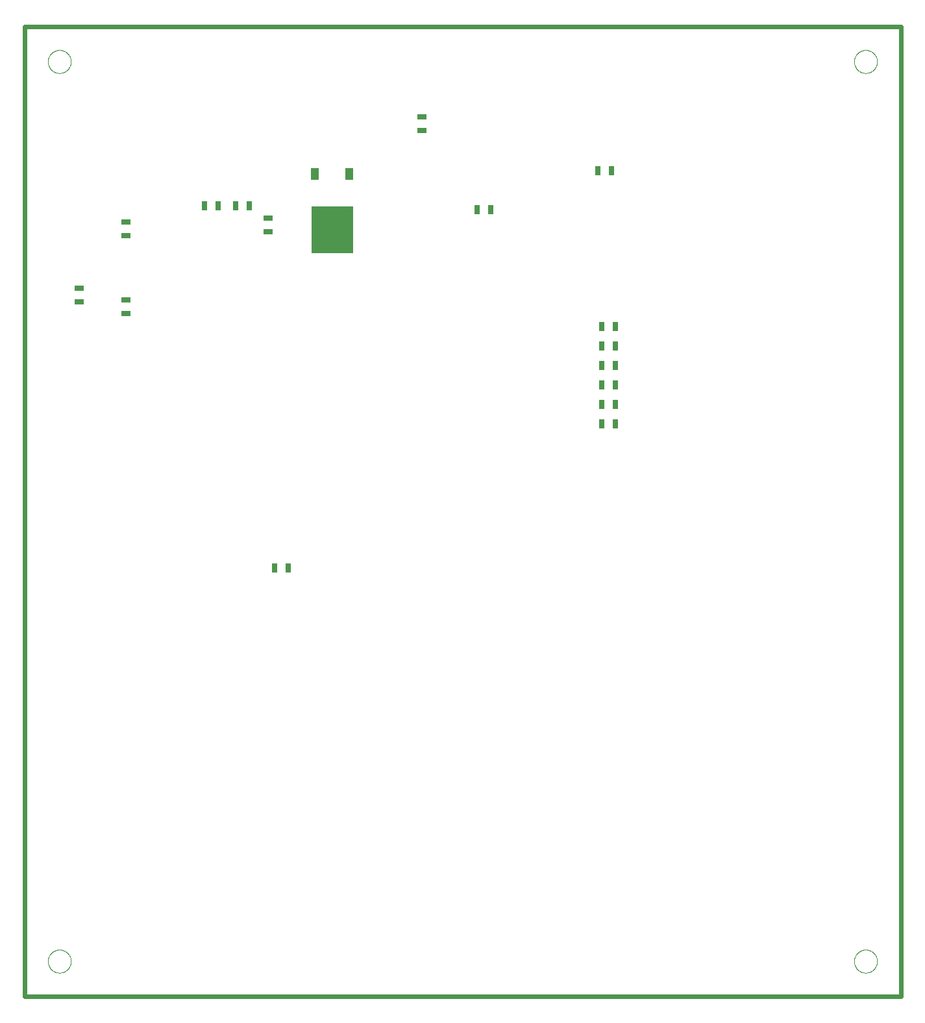
<source format=gbp>
G75*
%MOIN*%
%OFA0B0*%
%FSLAX25Y25*%
%IPPOS*%
%LPD*%
%AMOC8*
5,1,8,0,0,1.08239X$1,22.5*
%
%ADD10C,0.02400*%
%ADD11R,0.04724X0.03150*%
%ADD12R,0.21260X0.24409*%
%ADD13R,0.03937X0.06299*%
%ADD14R,0.03150X0.04724*%
%ADD15C,0.00000*%
D10*
X0004200Y0002200D02*
X0004200Y0500200D01*
X0454200Y0500200D01*
X0454200Y0002200D01*
X0004200Y0002200D01*
D11*
X0056200Y0352657D03*
X0056200Y0359743D03*
X0032200Y0358657D03*
X0032200Y0365743D03*
X0056200Y0392657D03*
X0056200Y0399743D03*
X0129200Y0401743D03*
X0129200Y0394657D03*
X0208200Y0446657D03*
X0208200Y0453743D03*
D12*
X0162200Y0395857D03*
D13*
X0153224Y0424598D03*
X0171176Y0424598D03*
D14*
X0119743Y0408200D03*
X0112657Y0408200D03*
X0103743Y0408200D03*
X0096657Y0408200D03*
X0236657Y0406200D03*
X0243743Y0406200D03*
X0298657Y0426200D03*
X0305743Y0426200D03*
X0307743Y0346200D03*
X0300657Y0346200D03*
X0300657Y0336200D03*
X0307743Y0336200D03*
X0307743Y0326200D03*
X0300657Y0326200D03*
X0300657Y0316200D03*
X0307743Y0316200D03*
X0307743Y0306200D03*
X0300657Y0306200D03*
X0300657Y0296200D03*
X0307743Y0296200D03*
X0139743Y0222200D03*
X0132657Y0222200D03*
D15*
X0016294Y0020200D02*
X0016296Y0020353D01*
X0016302Y0020507D01*
X0016312Y0020660D01*
X0016326Y0020812D01*
X0016344Y0020965D01*
X0016366Y0021116D01*
X0016391Y0021267D01*
X0016421Y0021418D01*
X0016455Y0021568D01*
X0016492Y0021716D01*
X0016533Y0021864D01*
X0016578Y0022010D01*
X0016627Y0022156D01*
X0016680Y0022300D01*
X0016736Y0022442D01*
X0016796Y0022583D01*
X0016860Y0022723D01*
X0016927Y0022861D01*
X0016998Y0022997D01*
X0017073Y0023131D01*
X0017150Y0023263D01*
X0017232Y0023393D01*
X0017316Y0023521D01*
X0017404Y0023647D01*
X0017495Y0023770D01*
X0017589Y0023891D01*
X0017687Y0024009D01*
X0017787Y0024125D01*
X0017891Y0024238D01*
X0017997Y0024349D01*
X0018106Y0024457D01*
X0018218Y0024562D01*
X0018332Y0024663D01*
X0018450Y0024762D01*
X0018569Y0024858D01*
X0018691Y0024951D01*
X0018816Y0025040D01*
X0018943Y0025127D01*
X0019072Y0025209D01*
X0019203Y0025289D01*
X0019336Y0025365D01*
X0019471Y0025438D01*
X0019608Y0025507D01*
X0019747Y0025572D01*
X0019887Y0025634D01*
X0020029Y0025692D01*
X0020172Y0025747D01*
X0020317Y0025798D01*
X0020463Y0025845D01*
X0020610Y0025888D01*
X0020758Y0025927D01*
X0020907Y0025963D01*
X0021057Y0025994D01*
X0021208Y0026022D01*
X0021359Y0026046D01*
X0021512Y0026066D01*
X0021664Y0026082D01*
X0021817Y0026094D01*
X0021970Y0026102D01*
X0022123Y0026106D01*
X0022277Y0026106D01*
X0022430Y0026102D01*
X0022583Y0026094D01*
X0022736Y0026082D01*
X0022888Y0026066D01*
X0023041Y0026046D01*
X0023192Y0026022D01*
X0023343Y0025994D01*
X0023493Y0025963D01*
X0023642Y0025927D01*
X0023790Y0025888D01*
X0023937Y0025845D01*
X0024083Y0025798D01*
X0024228Y0025747D01*
X0024371Y0025692D01*
X0024513Y0025634D01*
X0024653Y0025572D01*
X0024792Y0025507D01*
X0024929Y0025438D01*
X0025064Y0025365D01*
X0025197Y0025289D01*
X0025328Y0025209D01*
X0025457Y0025127D01*
X0025584Y0025040D01*
X0025709Y0024951D01*
X0025831Y0024858D01*
X0025950Y0024762D01*
X0026068Y0024663D01*
X0026182Y0024562D01*
X0026294Y0024457D01*
X0026403Y0024349D01*
X0026509Y0024238D01*
X0026613Y0024125D01*
X0026713Y0024009D01*
X0026811Y0023891D01*
X0026905Y0023770D01*
X0026996Y0023647D01*
X0027084Y0023521D01*
X0027168Y0023393D01*
X0027250Y0023263D01*
X0027327Y0023131D01*
X0027402Y0022997D01*
X0027473Y0022861D01*
X0027540Y0022723D01*
X0027604Y0022583D01*
X0027664Y0022442D01*
X0027720Y0022300D01*
X0027773Y0022156D01*
X0027822Y0022010D01*
X0027867Y0021864D01*
X0027908Y0021716D01*
X0027945Y0021568D01*
X0027979Y0021418D01*
X0028009Y0021267D01*
X0028034Y0021116D01*
X0028056Y0020965D01*
X0028074Y0020812D01*
X0028088Y0020660D01*
X0028098Y0020507D01*
X0028104Y0020353D01*
X0028106Y0020200D01*
X0028104Y0020047D01*
X0028098Y0019893D01*
X0028088Y0019740D01*
X0028074Y0019588D01*
X0028056Y0019435D01*
X0028034Y0019284D01*
X0028009Y0019133D01*
X0027979Y0018982D01*
X0027945Y0018832D01*
X0027908Y0018684D01*
X0027867Y0018536D01*
X0027822Y0018390D01*
X0027773Y0018244D01*
X0027720Y0018100D01*
X0027664Y0017958D01*
X0027604Y0017817D01*
X0027540Y0017677D01*
X0027473Y0017539D01*
X0027402Y0017403D01*
X0027327Y0017269D01*
X0027250Y0017137D01*
X0027168Y0017007D01*
X0027084Y0016879D01*
X0026996Y0016753D01*
X0026905Y0016630D01*
X0026811Y0016509D01*
X0026713Y0016391D01*
X0026613Y0016275D01*
X0026509Y0016162D01*
X0026403Y0016051D01*
X0026294Y0015943D01*
X0026182Y0015838D01*
X0026068Y0015737D01*
X0025950Y0015638D01*
X0025831Y0015542D01*
X0025709Y0015449D01*
X0025584Y0015360D01*
X0025457Y0015273D01*
X0025328Y0015191D01*
X0025197Y0015111D01*
X0025064Y0015035D01*
X0024929Y0014962D01*
X0024792Y0014893D01*
X0024653Y0014828D01*
X0024513Y0014766D01*
X0024371Y0014708D01*
X0024228Y0014653D01*
X0024083Y0014602D01*
X0023937Y0014555D01*
X0023790Y0014512D01*
X0023642Y0014473D01*
X0023493Y0014437D01*
X0023343Y0014406D01*
X0023192Y0014378D01*
X0023041Y0014354D01*
X0022888Y0014334D01*
X0022736Y0014318D01*
X0022583Y0014306D01*
X0022430Y0014298D01*
X0022277Y0014294D01*
X0022123Y0014294D01*
X0021970Y0014298D01*
X0021817Y0014306D01*
X0021664Y0014318D01*
X0021512Y0014334D01*
X0021359Y0014354D01*
X0021208Y0014378D01*
X0021057Y0014406D01*
X0020907Y0014437D01*
X0020758Y0014473D01*
X0020610Y0014512D01*
X0020463Y0014555D01*
X0020317Y0014602D01*
X0020172Y0014653D01*
X0020029Y0014708D01*
X0019887Y0014766D01*
X0019747Y0014828D01*
X0019608Y0014893D01*
X0019471Y0014962D01*
X0019336Y0015035D01*
X0019203Y0015111D01*
X0019072Y0015191D01*
X0018943Y0015273D01*
X0018816Y0015360D01*
X0018691Y0015449D01*
X0018569Y0015542D01*
X0018450Y0015638D01*
X0018332Y0015737D01*
X0018218Y0015838D01*
X0018106Y0015943D01*
X0017997Y0016051D01*
X0017891Y0016162D01*
X0017787Y0016275D01*
X0017687Y0016391D01*
X0017589Y0016509D01*
X0017495Y0016630D01*
X0017404Y0016753D01*
X0017316Y0016879D01*
X0017232Y0017007D01*
X0017150Y0017137D01*
X0017073Y0017269D01*
X0016998Y0017403D01*
X0016927Y0017539D01*
X0016860Y0017677D01*
X0016796Y0017817D01*
X0016736Y0017958D01*
X0016680Y0018100D01*
X0016627Y0018244D01*
X0016578Y0018390D01*
X0016533Y0018536D01*
X0016492Y0018684D01*
X0016455Y0018832D01*
X0016421Y0018982D01*
X0016391Y0019133D01*
X0016366Y0019284D01*
X0016344Y0019435D01*
X0016326Y0019588D01*
X0016312Y0019740D01*
X0016302Y0019893D01*
X0016296Y0020047D01*
X0016294Y0020200D01*
X0016294Y0482200D02*
X0016296Y0482353D01*
X0016302Y0482507D01*
X0016312Y0482660D01*
X0016326Y0482812D01*
X0016344Y0482965D01*
X0016366Y0483116D01*
X0016391Y0483267D01*
X0016421Y0483418D01*
X0016455Y0483568D01*
X0016492Y0483716D01*
X0016533Y0483864D01*
X0016578Y0484010D01*
X0016627Y0484156D01*
X0016680Y0484300D01*
X0016736Y0484442D01*
X0016796Y0484583D01*
X0016860Y0484723D01*
X0016927Y0484861D01*
X0016998Y0484997D01*
X0017073Y0485131D01*
X0017150Y0485263D01*
X0017232Y0485393D01*
X0017316Y0485521D01*
X0017404Y0485647D01*
X0017495Y0485770D01*
X0017589Y0485891D01*
X0017687Y0486009D01*
X0017787Y0486125D01*
X0017891Y0486238D01*
X0017997Y0486349D01*
X0018106Y0486457D01*
X0018218Y0486562D01*
X0018332Y0486663D01*
X0018450Y0486762D01*
X0018569Y0486858D01*
X0018691Y0486951D01*
X0018816Y0487040D01*
X0018943Y0487127D01*
X0019072Y0487209D01*
X0019203Y0487289D01*
X0019336Y0487365D01*
X0019471Y0487438D01*
X0019608Y0487507D01*
X0019747Y0487572D01*
X0019887Y0487634D01*
X0020029Y0487692D01*
X0020172Y0487747D01*
X0020317Y0487798D01*
X0020463Y0487845D01*
X0020610Y0487888D01*
X0020758Y0487927D01*
X0020907Y0487963D01*
X0021057Y0487994D01*
X0021208Y0488022D01*
X0021359Y0488046D01*
X0021512Y0488066D01*
X0021664Y0488082D01*
X0021817Y0488094D01*
X0021970Y0488102D01*
X0022123Y0488106D01*
X0022277Y0488106D01*
X0022430Y0488102D01*
X0022583Y0488094D01*
X0022736Y0488082D01*
X0022888Y0488066D01*
X0023041Y0488046D01*
X0023192Y0488022D01*
X0023343Y0487994D01*
X0023493Y0487963D01*
X0023642Y0487927D01*
X0023790Y0487888D01*
X0023937Y0487845D01*
X0024083Y0487798D01*
X0024228Y0487747D01*
X0024371Y0487692D01*
X0024513Y0487634D01*
X0024653Y0487572D01*
X0024792Y0487507D01*
X0024929Y0487438D01*
X0025064Y0487365D01*
X0025197Y0487289D01*
X0025328Y0487209D01*
X0025457Y0487127D01*
X0025584Y0487040D01*
X0025709Y0486951D01*
X0025831Y0486858D01*
X0025950Y0486762D01*
X0026068Y0486663D01*
X0026182Y0486562D01*
X0026294Y0486457D01*
X0026403Y0486349D01*
X0026509Y0486238D01*
X0026613Y0486125D01*
X0026713Y0486009D01*
X0026811Y0485891D01*
X0026905Y0485770D01*
X0026996Y0485647D01*
X0027084Y0485521D01*
X0027168Y0485393D01*
X0027250Y0485263D01*
X0027327Y0485131D01*
X0027402Y0484997D01*
X0027473Y0484861D01*
X0027540Y0484723D01*
X0027604Y0484583D01*
X0027664Y0484442D01*
X0027720Y0484300D01*
X0027773Y0484156D01*
X0027822Y0484010D01*
X0027867Y0483864D01*
X0027908Y0483716D01*
X0027945Y0483568D01*
X0027979Y0483418D01*
X0028009Y0483267D01*
X0028034Y0483116D01*
X0028056Y0482965D01*
X0028074Y0482812D01*
X0028088Y0482660D01*
X0028098Y0482507D01*
X0028104Y0482353D01*
X0028106Y0482200D01*
X0028104Y0482047D01*
X0028098Y0481893D01*
X0028088Y0481740D01*
X0028074Y0481588D01*
X0028056Y0481435D01*
X0028034Y0481284D01*
X0028009Y0481133D01*
X0027979Y0480982D01*
X0027945Y0480832D01*
X0027908Y0480684D01*
X0027867Y0480536D01*
X0027822Y0480390D01*
X0027773Y0480244D01*
X0027720Y0480100D01*
X0027664Y0479958D01*
X0027604Y0479817D01*
X0027540Y0479677D01*
X0027473Y0479539D01*
X0027402Y0479403D01*
X0027327Y0479269D01*
X0027250Y0479137D01*
X0027168Y0479007D01*
X0027084Y0478879D01*
X0026996Y0478753D01*
X0026905Y0478630D01*
X0026811Y0478509D01*
X0026713Y0478391D01*
X0026613Y0478275D01*
X0026509Y0478162D01*
X0026403Y0478051D01*
X0026294Y0477943D01*
X0026182Y0477838D01*
X0026068Y0477737D01*
X0025950Y0477638D01*
X0025831Y0477542D01*
X0025709Y0477449D01*
X0025584Y0477360D01*
X0025457Y0477273D01*
X0025328Y0477191D01*
X0025197Y0477111D01*
X0025064Y0477035D01*
X0024929Y0476962D01*
X0024792Y0476893D01*
X0024653Y0476828D01*
X0024513Y0476766D01*
X0024371Y0476708D01*
X0024228Y0476653D01*
X0024083Y0476602D01*
X0023937Y0476555D01*
X0023790Y0476512D01*
X0023642Y0476473D01*
X0023493Y0476437D01*
X0023343Y0476406D01*
X0023192Y0476378D01*
X0023041Y0476354D01*
X0022888Y0476334D01*
X0022736Y0476318D01*
X0022583Y0476306D01*
X0022430Y0476298D01*
X0022277Y0476294D01*
X0022123Y0476294D01*
X0021970Y0476298D01*
X0021817Y0476306D01*
X0021664Y0476318D01*
X0021512Y0476334D01*
X0021359Y0476354D01*
X0021208Y0476378D01*
X0021057Y0476406D01*
X0020907Y0476437D01*
X0020758Y0476473D01*
X0020610Y0476512D01*
X0020463Y0476555D01*
X0020317Y0476602D01*
X0020172Y0476653D01*
X0020029Y0476708D01*
X0019887Y0476766D01*
X0019747Y0476828D01*
X0019608Y0476893D01*
X0019471Y0476962D01*
X0019336Y0477035D01*
X0019203Y0477111D01*
X0019072Y0477191D01*
X0018943Y0477273D01*
X0018816Y0477360D01*
X0018691Y0477449D01*
X0018569Y0477542D01*
X0018450Y0477638D01*
X0018332Y0477737D01*
X0018218Y0477838D01*
X0018106Y0477943D01*
X0017997Y0478051D01*
X0017891Y0478162D01*
X0017787Y0478275D01*
X0017687Y0478391D01*
X0017589Y0478509D01*
X0017495Y0478630D01*
X0017404Y0478753D01*
X0017316Y0478879D01*
X0017232Y0479007D01*
X0017150Y0479137D01*
X0017073Y0479269D01*
X0016998Y0479403D01*
X0016927Y0479539D01*
X0016860Y0479677D01*
X0016796Y0479817D01*
X0016736Y0479958D01*
X0016680Y0480100D01*
X0016627Y0480244D01*
X0016578Y0480390D01*
X0016533Y0480536D01*
X0016492Y0480684D01*
X0016455Y0480832D01*
X0016421Y0480982D01*
X0016391Y0481133D01*
X0016366Y0481284D01*
X0016344Y0481435D01*
X0016326Y0481588D01*
X0016312Y0481740D01*
X0016302Y0481893D01*
X0016296Y0482047D01*
X0016294Y0482200D01*
X0430294Y0482200D02*
X0430296Y0482353D01*
X0430302Y0482507D01*
X0430312Y0482660D01*
X0430326Y0482812D01*
X0430344Y0482965D01*
X0430366Y0483116D01*
X0430391Y0483267D01*
X0430421Y0483418D01*
X0430455Y0483568D01*
X0430492Y0483716D01*
X0430533Y0483864D01*
X0430578Y0484010D01*
X0430627Y0484156D01*
X0430680Y0484300D01*
X0430736Y0484442D01*
X0430796Y0484583D01*
X0430860Y0484723D01*
X0430927Y0484861D01*
X0430998Y0484997D01*
X0431073Y0485131D01*
X0431150Y0485263D01*
X0431232Y0485393D01*
X0431316Y0485521D01*
X0431404Y0485647D01*
X0431495Y0485770D01*
X0431589Y0485891D01*
X0431687Y0486009D01*
X0431787Y0486125D01*
X0431891Y0486238D01*
X0431997Y0486349D01*
X0432106Y0486457D01*
X0432218Y0486562D01*
X0432332Y0486663D01*
X0432450Y0486762D01*
X0432569Y0486858D01*
X0432691Y0486951D01*
X0432816Y0487040D01*
X0432943Y0487127D01*
X0433072Y0487209D01*
X0433203Y0487289D01*
X0433336Y0487365D01*
X0433471Y0487438D01*
X0433608Y0487507D01*
X0433747Y0487572D01*
X0433887Y0487634D01*
X0434029Y0487692D01*
X0434172Y0487747D01*
X0434317Y0487798D01*
X0434463Y0487845D01*
X0434610Y0487888D01*
X0434758Y0487927D01*
X0434907Y0487963D01*
X0435057Y0487994D01*
X0435208Y0488022D01*
X0435359Y0488046D01*
X0435512Y0488066D01*
X0435664Y0488082D01*
X0435817Y0488094D01*
X0435970Y0488102D01*
X0436123Y0488106D01*
X0436277Y0488106D01*
X0436430Y0488102D01*
X0436583Y0488094D01*
X0436736Y0488082D01*
X0436888Y0488066D01*
X0437041Y0488046D01*
X0437192Y0488022D01*
X0437343Y0487994D01*
X0437493Y0487963D01*
X0437642Y0487927D01*
X0437790Y0487888D01*
X0437937Y0487845D01*
X0438083Y0487798D01*
X0438228Y0487747D01*
X0438371Y0487692D01*
X0438513Y0487634D01*
X0438653Y0487572D01*
X0438792Y0487507D01*
X0438929Y0487438D01*
X0439064Y0487365D01*
X0439197Y0487289D01*
X0439328Y0487209D01*
X0439457Y0487127D01*
X0439584Y0487040D01*
X0439709Y0486951D01*
X0439831Y0486858D01*
X0439950Y0486762D01*
X0440068Y0486663D01*
X0440182Y0486562D01*
X0440294Y0486457D01*
X0440403Y0486349D01*
X0440509Y0486238D01*
X0440613Y0486125D01*
X0440713Y0486009D01*
X0440811Y0485891D01*
X0440905Y0485770D01*
X0440996Y0485647D01*
X0441084Y0485521D01*
X0441168Y0485393D01*
X0441250Y0485263D01*
X0441327Y0485131D01*
X0441402Y0484997D01*
X0441473Y0484861D01*
X0441540Y0484723D01*
X0441604Y0484583D01*
X0441664Y0484442D01*
X0441720Y0484300D01*
X0441773Y0484156D01*
X0441822Y0484010D01*
X0441867Y0483864D01*
X0441908Y0483716D01*
X0441945Y0483568D01*
X0441979Y0483418D01*
X0442009Y0483267D01*
X0442034Y0483116D01*
X0442056Y0482965D01*
X0442074Y0482812D01*
X0442088Y0482660D01*
X0442098Y0482507D01*
X0442104Y0482353D01*
X0442106Y0482200D01*
X0442104Y0482047D01*
X0442098Y0481893D01*
X0442088Y0481740D01*
X0442074Y0481588D01*
X0442056Y0481435D01*
X0442034Y0481284D01*
X0442009Y0481133D01*
X0441979Y0480982D01*
X0441945Y0480832D01*
X0441908Y0480684D01*
X0441867Y0480536D01*
X0441822Y0480390D01*
X0441773Y0480244D01*
X0441720Y0480100D01*
X0441664Y0479958D01*
X0441604Y0479817D01*
X0441540Y0479677D01*
X0441473Y0479539D01*
X0441402Y0479403D01*
X0441327Y0479269D01*
X0441250Y0479137D01*
X0441168Y0479007D01*
X0441084Y0478879D01*
X0440996Y0478753D01*
X0440905Y0478630D01*
X0440811Y0478509D01*
X0440713Y0478391D01*
X0440613Y0478275D01*
X0440509Y0478162D01*
X0440403Y0478051D01*
X0440294Y0477943D01*
X0440182Y0477838D01*
X0440068Y0477737D01*
X0439950Y0477638D01*
X0439831Y0477542D01*
X0439709Y0477449D01*
X0439584Y0477360D01*
X0439457Y0477273D01*
X0439328Y0477191D01*
X0439197Y0477111D01*
X0439064Y0477035D01*
X0438929Y0476962D01*
X0438792Y0476893D01*
X0438653Y0476828D01*
X0438513Y0476766D01*
X0438371Y0476708D01*
X0438228Y0476653D01*
X0438083Y0476602D01*
X0437937Y0476555D01*
X0437790Y0476512D01*
X0437642Y0476473D01*
X0437493Y0476437D01*
X0437343Y0476406D01*
X0437192Y0476378D01*
X0437041Y0476354D01*
X0436888Y0476334D01*
X0436736Y0476318D01*
X0436583Y0476306D01*
X0436430Y0476298D01*
X0436277Y0476294D01*
X0436123Y0476294D01*
X0435970Y0476298D01*
X0435817Y0476306D01*
X0435664Y0476318D01*
X0435512Y0476334D01*
X0435359Y0476354D01*
X0435208Y0476378D01*
X0435057Y0476406D01*
X0434907Y0476437D01*
X0434758Y0476473D01*
X0434610Y0476512D01*
X0434463Y0476555D01*
X0434317Y0476602D01*
X0434172Y0476653D01*
X0434029Y0476708D01*
X0433887Y0476766D01*
X0433747Y0476828D01*
X0433608Y0476893D01*
X0433471Y0476962D01*
X0433336Y0477035D01*
X0433203Y0477111D01*
X0433072Y0477191D01*
X0432943Y0477273D01*
X0432816Y0477360D01*
X0432691Y0477449D01*
X0432569Y0477542D01*
X0432450Y0477638D01*
X0432332Y0477737D01*
X0432218Y0477838D01*
X0432106Y0477943D01*
X0431997Y0478051D01*
X0431891Y0478162D01*
X0431787Y0478275D01*
X0431687Y0478391D01*
X0431589Y0478509D01*
X0431495Y0478630D01*
X0431404Y0478753D01*
X0431316Y0478879D01*
X0431232Y0479007D01*
X0431150Y0479137D01*
X0431073Y0479269D01*
X0430998Y0479403D01*
X0430927Y0479539D01*
X0430860Y0479677D01*
X0430796Y0479817D01*
X0430736Y0479958D01*
X0430680Y0480100D01*
X0430627Y0480244D01*
X0430578Y0480390D01*
X0430533Y0480536D01*
X0430492Y0480684D01*
X0430455Y0480832D01*
X0430421Y0480982D01*
X0430391Y0481133D01*
X0430366Y0481284D01*
X0430344Y0481435D01*
X0430326Y0481588D01*
X0430312Y0481740D01*
X0430302Y0481893D01*
X0430296Y0482047D01*
X0430294Y0482200D01*
X0430294Y0020200D02*
X0430296Y0020353D01*
X0430302Y0020507D01*
X0430312Y0020660D01*
X0430326Y0020812D01*
X0430344Y0020965D01*
X0430366Y0021116D01*
X0430391Y0021267D01*
X0430421Y0021418D01*
X0430455Y0021568D01*
X0430492Y0021716D01*
X0430533Y0021864D01*
X0430578Y0022010D01*
X0430627Y0022156D01*
X0430680Y0022300D01*
X0430736Y0022442D01*
X0430796Y0022583D01*
X0430860Y0022723D01*
X0430927Y0022861D01*
X0430998Y0022997D01*
X0431073Y0023131D01*
X0431150Y0023263D01*
X0431232Y0023393D01*
X0431316Y0023521D01*
X0431404Y0023647D01*
X0431495Y0023770D01*
X0431589Y0023891D01*
X0431687Y0024009D01*
X0431787Y0024125D01*
X0431891Y0024238D01*
X0431997Y0024349D01*
X0432106Y0024457D01*
X0432218Y0024562D01*
X0432332Y0024663D01*
X0432450Y0024762D01*
X0432569Y0024858D01*
X0432691Y0024951D01*
X0432816Y0025040D01*
X0432943Y0025127D01*
X0433072Y0025209D01*
X0433203Y0025289D01*
X0433336Y0025365D01*
X0433471Y0025438D01*
X0433608Y0025507D01*
X0433747Y0025572D01*
X0433887Y0025634D01*
X0434029Y0025692D01*
X0434172Y0025747D01*
X0434317Y0025798D01*
X0434463Y0025845D01*
X0434610Y0025888D01*
X0434758Y0025927D01*
X0434907Y0025963D01*
X0435057Y0025994D01*
X0435208Y0026022D01*
X0435359Y0026046D01*
X0435512Y0026066D01*
X0435664Y0026082D01*
X0435817Y0026094D01*
X0435970Y0026102D01*
X0436123Y0026106D01*
X0436277Y0026106D01*
X0436430Y0026102D01*
X0436583Y0026094D01*
X0436736Y0026082D01*
X0436888Y0026066D01*
X0437041Y0026046D01*
X0437192Y0026022D01*
X0437343Y0025994D01*
X0437493Y0025963D01*
X0437642Y0025927D01*
X0437790Y0025888D01*
X0437937Y0025845D01*
X0438083Y0025798D01*
X0438228Y0025747D01*
X0438371Y0025692D01*
X0438513Y0025634D01*
X0438653Y0025572D01*
X0438792Y0025507D01*
X0438929Y0025438D01*
X0439064Y0025365D01*
X0439197Y0025289D01*
X0439328Y0025209D01*
X0439457Y0025127D01*
X0439584Y0025040D01*
X0439709Y0024951D01*
X0439831Y0024858D01*
X0439950Y0024762D01*
X0440068Y0024663D01*
X0440182Y0024562D01*
X0440294Y0024457D01*
X0440403Y0024349D01*
X0440509Y0024238D01*
X0440613Y0024125D01*
X0440713Y0024009D01*
X0440811Y0023891D01*
X0440905Y0023770D01*
X0440996Y0023647D01*
X0441084Y0023521D01*
X0441168Y0023393D01*
X0441250Y0023263D01*
X0441327Y0023131D01*
X0441402Y0022997D01*
X0441473Y0022861D01*
X0441540Y0022723D01*
X0441604Y0022583D01*
X0441664Y0022442D01*
X0441720Y0022300D01*
X0441773Y0022156D01*
X0441822Y0022010D01*
X0441867Y0021864D01*
X0441908Y0021716D01*
X0441945Y0021568D01*
X0441979Y0021418D01*
X0442009Y0021267D01*
X0442034Y0021116D01*
X0442056Y0020965D01*
X0442074Y0020812D01*
X0442088Y0020660D01*
X0442098Y0020507D01*
X0442104Y0020353D01*
X0442106Y0020200D01*
X0442104Y0020047D01*
X0442098Y0019893D01*
X0442088Y0019740D01*
X0442074Y0019588D01*
X0442056Y0019435D01*
X0442034Y0019284D01*
X0442009Y0019133D01*
X0441979Y0018982D01*
X0441945Y0018832D01*
X0441908Y0018684D01*
X0441867Y0018536D01*
X0441822Y0018390D01*
X0441773Y0018244D01*
X0441720Y0018100D01*
X0441664Y0017958D01*
X0441604Y0017817D01*
X0441540Y0017677D01*
X0441473Y0017539D01*
X0441402Y0017403D01*
X0441327Y0017269D01*
X0441250Y0017137D01*
X0441168Y0017007D01*
X0441084Y0016879D01*
X0440996Y0016753D01*
X0440905Y0016630D01*
X0440811Y0016509D01*
X0440713Y0016391D01*
X0440613Y0016275D01*
X0440509Y0016162D01*
X0440403Y0016051D01*
X0440294Y0015943D01*
X0440182Y0015838D01*
X0440068Y0015737D01*
X0439950Y0015638D01*
X0439831Y0015542D01*
X0439709Y0015449D01*
X0439584Y0015360D01*
X0439457Y0015273D01*
X0439328Y0015191D01*
X0439197Y0015111D01*
X0439064Y0015035D01*
X0438929Y0014962D01*
X0438792Y0014893D01*
X0438653Y0014828D01*
X0438513Y0014766D01*
X0438371Y0014708D01*
X0438228Y0014653D01*
X0438083Y0014602D01*
X0437937Y0014555D01*
X0437790Y0014512D01*
X0437642Y0014473D01*
X0437493Y0014437D01*
X0437343Y0014406D01*
X0437192Y0014378D01*
X0437041Y0014354D01*
X0436888Y0014334D01*
X0436736Y0014318D01*
X0436583Y0014306D01*
X0436430Y0014298D01*
X0436277Y0014294D01*
X0436123Y0014294D01*
X0435970Y0014298D01*
X0435817Y0014306D01*
X0435664Y0014318D01*
X0435512Y0014334D01*
X0435359Y0014354D01*
X0435208Y0014378D01*
X0435057Y0014406D01*
X0434907Y0014437D01*
X0434758Y0014473D01*
X0434610Y0014512D01*
X0434463Y0014555D01*
X0434317Y0014602D01*
X0434172Y0014653D01*
X0434029Y0014708D01*
X0433887Y0014766D01*
X0433747Y0014828D01*
X0433608Y0014893D01*
X0433471Y0014962D01*
X0433336Y0015035D01*
X0433203Y0015111D01*
X0433072Y0015191D01*
X0432943Y0015273D01*
X0432816Y0015360D01*
X0432691Y0015449D01*
X0432569Y0015542D01*
X0432450Y0015638D01*
X0432332Y0015737D01*
X0432218Y0015838D01*
X0432106Y0015943D01*
X0431997Y0016051D01*
X0431891Y0016162D01*
X0431787Y0016275D01*
X0431687Y0016391D01*
X0431589Y0016509D01*
X0431495Y0016630D01*
X0431404Y0016753D01*
X0431316Y0016879D01*
X0431232Y0017007D01*
X0431150Y0017137D01*
X0431073Y0017269D01*
X0430998Y0017403D01*
X0430927Y0017539D01*
X0430860Y0017677D01*
X0430796Y0017817D01*
X0430736Y0017958D01*
X0430680Y0018100D01*
X0430627Y0018244D01*
X0430578Y0018390D01*
X0430533Y0018536D01*
X0430492Y0018684D01*
X0430455Y0018832D01*
X0430421Y0018982D01*
X0430391Y0019133D01*
X0430366Y0019284D01*
X0430344Y0019435D01*
X0430326Y0019588D01*
X0430312Y0019740D01*
X0430302Y0019893D01*
X0430296Y0020047D01*
X0430294Y0020200D01*
M02*

</source>
